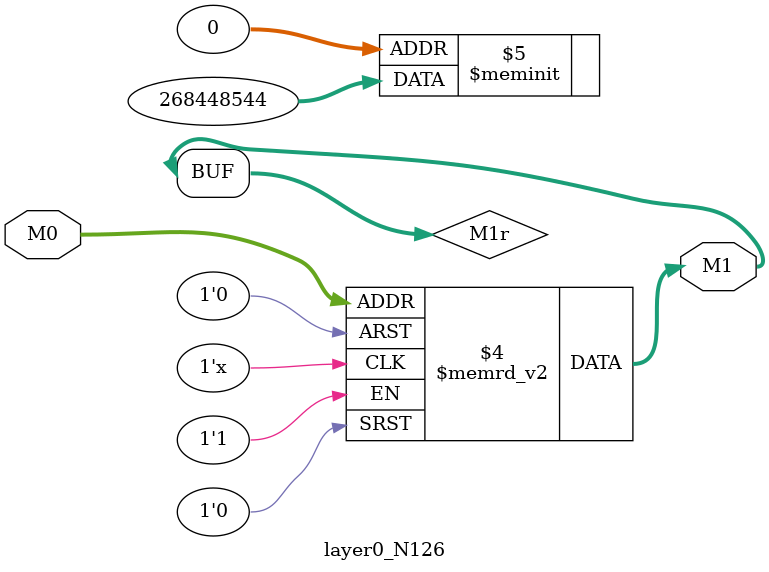
<source format=v>
module layer0_N126 ( input [3:0] M0, output [1:0] M1 );

	(*rom_style = "distributed" *) reg [1:0] M1r;
	assign M1 = M1r;
	always @ (M0) begin
		case (M0)
			4'b0000: M1r = 2'b00;
			4'b1000: M1r = 2'b00;
			4'b0100: M1r = 2'b11;
			4'b1100: M1r = 2'b00;
			4'b0010: M1r = 2'b10;
			4'b1010: M1r = 2'b00;
			4'b0110: M1r = 2'b11;
			4'b1110: M1r = 2'b01;
			4'b0001: M1r = 2'b00;
			4'b1001: M1r = 2'b00;
			4'b0101: M1r = 2'b00;
			4'b1101: M1r = 2'b00;
			4'b0011: M1r = 2'b00;
			4'b1011: M1r = 2'b00;
			4'b0111: M1r = 2'b00;
			4'b1111: M1r = 2'b00;

		endcase
	end
endmodule

</source>
